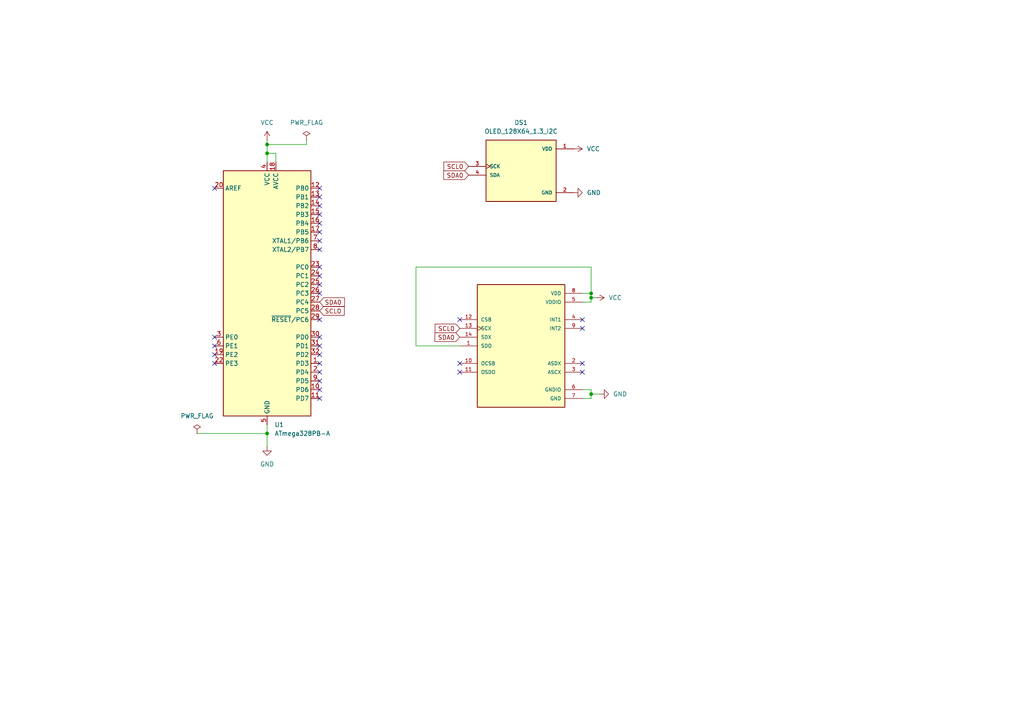
<source format=kicad_sch>
(kicad_sch (version 20250114) (generator "eeschema") (generator_version "9.0")
  (paper "A4")
  (lib_symbols
    (symbol "BMI160:BMI160" (pin_names (offset 1.016))
      (property "Reference" "U" (at -12.7 18.415 0))
      (property "Value" "BMI160" (at -12.7 -20.32 0))
      (symbol "BMI160_0_0"
        (rectangle (start -12.7 -17.78) (end 12.7 17.78) (stroke (width 0.254)) (fill (type background)))
        (pin input line (at -17.78 7.62 0) (length 5.08) (name "CSB") (number "12"))
        (pin input clock (at -17.78 5.08 0) (length 5.08) (name "SCX") (number "13"))
        (pin bidirectional line (at -17.78 2.54 0) (length 5.08) (name "SDX") (number "14"))
        (pin bidirectional line (at -17.78 0 0) (length 5.08) (name "SDO") (number "1"))
        (pin input line (at -17.78 -5.08 0) (length 5.08) (name "OCSB") (number "10"))
        (pin output line (at -17.78 -7.62 0) (length 5.08) (name "OSDO") (number "11"))
        (pin power_in line (at 17.78 15.24 180) (length 5.08) (name "VDD") (number "8"))
        (pin power_in line (at 17.78 12.7 180) (length 5.08) (name "VDDIO") (number "5"))
        (pin bidirectional line (at 17.78 7.62 180) (length 5.08) (name "INT1") (number "4"))
        (pin bidirectional line (at 17.78 5.08 180) (length 5.08) (name "INT2") (number "9"))
        (pin bidirectional line (at 17.78 -5.08 180) (length 5.08) (name "ASDX") (number "2"))
        (pin bidirectional line (at 17.78 -7.62 180) (length 5.08) (name "ASCX") (number "3"))
        (pin power_in line (at 17.78 -12.7 180) (length 5.08) (name "GNDIO") (number "6"))
        (pin power_in line (at 17.78 -15.24 180) (length 5.08) (name "GND") (number "7"))
      )
    )
    (symbol "MCU_Microchip_ATmega:ATmega328PB-A"
      (property "Reference" "U" (at -12.7 36.83 0))
      (property "Value" "ATmega328PB-A" (at 2.54 -36.83 0))
      (symbol "ATmega328PB-A_0_1"
        (rectangle (start -12.7 -35.56) (end 12.7 35.56) (stroke (width 0.254)) (fill (type background)))
      )
      (symbol "ATmega328PB-A_1_1"
        (pin passive line (at -15.24 30.48 0) (length 2.54) (name "AREF") (number "20"))
        (pin bidirectional line (at -15.24 -12.7 0) (length 2.54) (name "PE0") (number "3"))
        (pin bidirectional line (at -15.24 -15.24 0) (length 2.54) (name "PE1") (number "6"))
        (pin bidirectional line (at -15.24 -17.78 0) (length 2.54) (name "PE2") (number "19"))
        (pin bidirectional line (at -15.24 -20.32 0) (length 2.54) (name "PE3") (number "22"))
        (pin power_in line (at 0 38.1 270) (length 2.54) (name "VCC") (number "4"))
        (pin passive line (at 0 -38.1 90) (length 2.54) (hide yes) (name "GND") (number "21"))
        (pin power_in line (at 0 -38.1 90) (length 2.54) (name "GND") (number "5"))
        (pin power_in line (at 2.54 38.1 270) (length 2.54) (name "AVCC") (number "18"))
        (pin bidirectional line (at 15.24 30.48 180) (length 2.54) (name "PB0") (number "12"))
        (pin bidirectional line (at 15.24 27.94 180) (length 2.54) (name "PB1") (number "13"))
        (pin bidirectional line (at 15.24 25.4 180) (length 2.54) (name "PB2") (number "14"))
        (pin bidirectional line (at 15.24 22.86 180) (length 2.54) (name "PB3") (number "15"))
        (pin bidirectional line (at 15.24 20.32 180) (length 2.54) (name "PB4") (number "16"))
        (pin bidirectional line (at 15.24 17.78 180) (length 2.54) (name "PB5") (number "17"))
        (pin bidirectional line (at 15.24 15.24 180) (length 2.54) (name "XTAL1/PB6") (number "7"))
        (pin bidirectional line (at 15.24 12.7 180) (length 2.54) (name "XTAL2/PB7") (number "8"))
        (pin bidirectional line (at 15.24 7.62 180) (length 2.54) (name "PC0") (number "23"))
        (pin bidirectional line (at 15.24 5.08 180) (length 2.54) (name "PC1") (number "24"))
        (pin bidirectional line (at 15.24 2.54 180) (length 2.54) (name "PC2") (number "25"))
        (pin bidirectional line (at 15.24 0 180) (length 2.54) (name "PC3") (number "26"))
        (pin bidirectional line (at 15.24 -2.54 180) (length 2.54) (name "PC4") (number "27"))
        (pin bidirectional line (at 15.24 -5.08 180) (length 2.54) (name "PC5") (number "28"))
        (pin bidirectional line (at 15.24 -7.62 180) (length 2.54) (name "~{RESET}/PC6") (number "29"))
        (pin bidirectional line (at 15.24 -12.7 180) (length 2.54) (name "PD0") (number "30"))
        (pin bidirectional line (at 15.24 -15.24 180) (length 2.54) (name "PD1") (number "31"))
        (pin bidirectional line (at 15.24 -17.78 180) (length 2.54) (name "PD2") (number "32"))
        (pin bidirectional line (at 15.24 -20.32 180) (length 2.54) (name "PD3") (number "1"))
        (pin bidirectional line (at 15.24 -22.86 180) (length 2.54) (name "PD4") (number "2"))
        (pin bidirectional line (at 15.24 -25.4 180) (length 2.54) (name "PD5") (number "9"))
        (pin bidirectional line (at 15.24 -27.94 180) (length 2.54) (name "PD6") (number "10"))
        (pin bidirectional line (at 15.24 -30.48 180) (length 2.54) (name "PD7") (number "11"))
      )
    )
    (symbol "OLED_128X64_1.3_I2C:OLED_128X64_1.3_I2C" (pin_names (offset 1.016))
      (property "Reference" "DS" (at -10.16 10.922 0))
      (property "Value" "OLED_128X64_1.3_I2C" (at -10.16 -10.16 0))
      (symbol "OLED_128X64_1.3_I2C_0_0"
        (rectangle (start -10.16 -7.62) (end 10.16 10.16) (stroke (width 0.254)) (fill (type background)))
        (pin input clock (at -15.24 2.54 0) (length 5.08) (name "SCK") (number "3"))
        (pin bidirectional line (at -15.24 0 0) (length 5.08) (name "SDA") (number "4"))
        (pin power_in line (at 15.24 7.62 180) (length 5.08) (name "VDD") (number "1"))
        (pin power_in line (at 15.24 -5.08 180) (length 5.08) (name "GND") (number "2"))
      )
    )
    (symbol "power:GND" (power) (pin_numbers (hide yes)) (pin_names (offset 0) (hide yes))
      (property "Value" "GND" (at 0 -3.81 0))
      (symbol "GND_0_1"
        (polyline (pts (xy 0 0) (xy 0 -1.27) (xy 1.27 -1.27) (xy 0 -2.54) (xy -1.27 -1.27) (xy 0 -1.27)))
      )
      (symbol "GND_1_1"
        (pin power_in line (at 0 0 270) (length 0) (name "~") (number "1"))
      )
    )
    (symbol "power:PWR_FLAG" (power) (pin_numbers (hide yes)) (pin_names (offset 0) (hide yes))
      (property "Value" "PWR_FLAG" (at 0 3.81 0))
      (symbol "PWR_FLAG_0_0"
        (pin power_out line (at 0 0 90) (length 0) (name "~") (number "1"))
      )
      (symbol "PWR_FLAG_0_1"
        (polyline (pts (xy 0 0) (xy 0 1.27) (xy -1.016 1.905) (xy 0 2.54) (xy 1.016 1.905) (xy 0 1.27)))
      )
    )
    (symbol "power:VCC" (power) (pin_numbers (hide yes)) (pin_names (offset 0) (hide yes))
      (property "Value" "VCC" (at 0 3.556 0))
      (symbol "VCC_0_1"
        (polyline (pts (xy -0.762 1.27) (xy 0 2.54)))
        (polyline (pts (xy 0 2.54) (xy 0.762 1.27)))
        (polyline (pts (xy 0 0) (xy 0 2.54)))
      )
      (symbol "VCC_1_1"
        (pin power_in line (at 0 0 90) (length 0) (name "~") (number "1"))
      )
    )
  )
  (junction (at 77.47 41.91))
  (junction (at 171.45 86.36))
  (junction (at 77.47 125.73))
  (junction (at 171.45 114.3))
  (junction (at 77.47 44.45))
  (junction (at 171.45 85.09))
  (no_connect (at 168.91 92.71))
  (no_connect (at 92.71 105.41))
  (no_connect (at 92.71 92.71))
  (no_connect (at 133.35 92.71))
  (no_connect (at 62.23 54.61))
  (no_connect (at 92.71 85.09))
  (no_connect (at 92.71 115.57))
  (no_connect (at 62.23 100.33))
  (no_connect (at 92.71 54.61))
  (no_connect (at 92.71 67.31))
  (no_connect (at 92.71 80.01))
  (no_connect (at 62.23 102.87))
  (no_connect (at 62.23 97.79))
  (no_connect (at 92.71 62.23))
  (no_connect (at 92.71 100.33))
  (no_connect (at 92.71 107.95))
  (no_connect (at 92.71 69.85))
  (no_connect (at 92.71 72.39))
  (no_connect (at 92.71 59.69))
  (no_connect (at 92.71 77.47))
  (no_connect (at 92.71 110.49))
  (no_connect (at 92.71 57.15))
  (no_connect (at 133.35 105.41))
  (no_connect (at 168.91 105.41))
  (no_connect (at 92.71 113.03))
  (no_connect (at 92.71 97.79))
  (no_connect (at 92.71 64.77))
  (no_connect (at 62.23 105.41))
  (no_connect (at 133.35 107.95))
  (no_connect (at 92.71 82.55))
  (no_connect (at 168.91 95.25))
  (no_connect (at 168.91 107.95))
  (no_connect (at 92.71 102.87))
  (wire (pts (xy 171.45 86.36) (xy 172.72 86.36)))
  (wire (pts (xy 88.9 40.64) (xy 88.9 41.91)))
  (wire (pts (xy 171.45 114.3) (xy 171.45 113.03)))
  (wire (pts (xy 171.45 113.03) (xy 168.91 113.03)))
  (wire (pts (xy 77.47 44.45) (xy 77.47 46.99)))
  (wire (pts (xy 168.91 85.09) (xy 171.45 85.09)))
  (wire (pts (xy 171.45 114.3) (xy 173.99 114.3)))
  (wire (pts (xy 171.45 114.3) (xy 171.45 115.57)))
  (wire (pts (xy 77.47 41.91) (xy 77.47 44.45)))
  (wire (pts (xy 120.65 100.33) (xy 120.65 77.47)))
  (wire (pts (xy 120.65 100.33) (xy 133.35 100.33)))
  (wire (pts (xy 171.45 77.47) (xy 171.45 85.09)))
  (wire (pts (xy 77.47 123.19) (xy 77.47 125.73)))
  (wire (pts (xy 171.45 87.63) (xy 171.45 86.36)))
  (wire (pts (xy 77.47 41.91) (xy 88.9 41.91)))
  (wire (pts (xy 171.45 85.09) (xy 171.45 86.36)))
  (wire (pts (xy 120.65 77.47) (xy 171.45 77.47)))
  (wire (pts (xy 77.47 44.45) (xy 80.01 44.45)))
  (wire (pts (xy 57.15 125.73) (xy 77.47 125.73)))
  (wire (pts (xy 80.01 44.45) (xy 80.01 46.99)))
  (wire (pts (xy 168.91 87.63) (xy 171.45 87.63)))
  (wire (pts (xy 77.47 125.73) (xy 77.47 129.54)))
  (wire (pts (xy 77.47 40.64) (xy 77.47 41.91)))
  (wire (pts (xy 168.91 115.57) (xy 171.45 115.57)))
  (global_label "SDA0" (shape input) (at 92.71 87.63 0) (property "Intersheetrefs" "${INTERSHEET_REFS}" (effects (hide yes))))
  (global_label "SCL0" (shape input) (at 133.35 95.25 180) (property "Intersheetrefs" "${INTERSHEET_REFS}" (effects (hide yes))))
  (global_label "SDA0" (shape input) (at 133.35 97.79 180) (property "Intersheetrefs" "${INTERSHEET_REFS}" (effects (hide yes))))
  (global_label "SCL0" (shape input) (at 135.89 48.26 180) (property "Intersheetrefs" "${INTERSHEET_REFS}" (effects (hide yes))))
  (global_label "SCL0" (shape input) (at 92.71 90.17 0) (property "Intersheetrefs" "${INTERSHEET_REFS}" (effects (hide yes))))
  (global_label "SDA0" (shape input) (at 135.89 50.8 180) (property "Intersheetrefs" "${INTERSHEET_REFS}" (effects (hide yes))))
  (symbol (lib_id "power:VCC") (at 172.72 86.36 270) (unit 1)
    (property "Reference" "#PWR02" (effects (hide yes)))
    (property "Value" "VCC" (at 176.53 86.3599 90) (effects (justify left)))
    (property "Description" "Power symbol creates a global label with name \"VCC\"" (effects (hide yes)))
  )
  (symbol (lib_id "power:PWR_FLAG") (at 88.9 40.64 0) (unit 1)
    (property "Reference" "#FLG02" (effects (hide yes)))
    (property "Value" "PWR_FLAG" (at 88.9 35.56 0))
    (property "Description" "Special symbol for telling ERC where power comes from" (effects (hide yes)))
  )
  (symbol (lib_id "power:PWR_FLAG") (at 57.15 125.73 0) (unit 1)
    (property "Reference" "#FLG01" (effects (hide yes)))
    (property "Value" "PWR_FLAG" (at 57.15 120.65 0))
    (property "Description" "Special symbol for telling ERC where power comes from" (effects (hide yes)))
  )
  (symbol (lib_id "power:GND") (at 77.47 129.54 0) (unit 1)
    (property "Reference" "#PWR06" (effects (hide yes)))
    (property "Value" "GND" (at 77.47 134.62 0))
    (property "Description" "Power symbol creates a global label with name \"GND\" , ground" (effects (hide yes)))
  )
  (symbol (lib_id "power:VCC") (at 166.37 43.18 270) (unit 1)
    (property "Reference" "#PWR03" (effects (hide yes)))
    (property "Value" "VCC" (at 170.18 43.1799 90) (effects (justify left)))
    (property "Description" "Power symbol creates a global label with name \"VCC\"" (effects (hide yes)))
  )
  (symbol (lib_id "BMI160:BMI160") (at 151.13 100.33 0) (unit 1)
    (property "Reference" "U2" (effects (hide yes)))
    (property "Value" "BMI160" (effects (hide yes)))
    (property "Footprint" "BMI160:PQFN50P250X300X88-14N" (effects (hide yes)))
    (property "MF" "Bosch" (effects (hide yes)))
    (property "MAXIMUM_PACKAGE_HEIGHT" "0.88 mm" (effects (hide yes)))
    (property "Package" "LGA-14 Bosch" (effects (hide yes)))
    (property "Price" "None" (effects (hide yes)))
    (property "Check_prices" "https://www.snapeda.com/parts/BMI160/Bosch/view-part/?ref=eda" (effects (hide yes)))
    (property "STANDARD" "IPC 7351B" (effects (hide yes)))
    (property "PARTREV" "1.0" (effects (hide yes)))
    (property "SnapEDA_Link" "https://www.snapeda.com/parts/BMI160/Bosch/view-part/?ref=snap" (effects (hide yes)))
    (property "MP" "BMI160" (effects (hide yes)))
    (property "Description_1" "BMI160 series Accelerometer, Gyroscope, 6 Axis Sensor Evaluation Board" (effects (hide yes)))
    (property "Availability" "In Stock" (effects (hide yes)))
    (property "MANUFACTURER" "Bosch" (effects (hide yes)))
  )
  (symbol (lib_id "power:GND") (at 173.99 114.3 90) (unit 1)
    (property "Reference" "#PWR01" (effects (hide yes)))
    (property "Value" "GND" (at 177.8 114.2999 90) (effects (justify right)))
    (property "Description" "Power symbol creates a global label with name \"GND\" , ground" (effects (hide yes)))
  )
  (symbol (lib_id "OLED_128X64_1.3_I2C:OLED_128X64_1.3_I2C") (at 151.13 50.8 0) (unit 1)
    (property "Reference" "DS1" (at 151.13 35.56 0))
    (property "Value" "OLED_128X64_1.3_I2C" (at 151.13 38.1 0))
    (property "Footprint" "OLED_128X64_1.3_I2C:LCD_OLED_128X64_1.3_I2C" (effects (hide yes)))
    (property "MF" "UNIVERSAL-SOLDER Electronics Ltd" (effects (hide yes)))
    (property "Description_1" "Non-Touch Graphic LCD Display Module Transmissive White OLED, Monochrome I2C 1.3 (33.02mm) 128 x 64" (effects (hide yes)))
    (property "Package" "None" (effects (hide yes)))
    (property "Price" "None" (effects (hide yes)))
    (property "Check_prices" "https://www.snapeda.com/parts/OLED%20128x64%201.3%22%20I2C/UNIVERSAL-SOLDER+Electronics+Ltd/view-part/?ref=eda" (effects (hide yes)))
    (property "STANDARD" "Manufacturer Recommendations" (effects (hide yes)))
    (property "PARTREV" "NA" (effects (hide yes)))
    (property "SnapEDA_Link" "https://www.snapeda.com/parts/OLED%20128x64%201.3%22%20I2C/UNIVERSAL-SOLDER+Electronics+Ltd/view-part/?ref=snap" (effects (hide yes)))
    (property "MP" "OLED 128x64 1.3&quot; I2C" (effects (hide yes)))
    (property "Availability" "Not in stock" (effects (hide yes)))
    (property "MANUFACTURER" "UNIVERSAL-SOLDER Electronics Ltd" (effects (hide yes)))
  )
  (symbol (lib_id "MCU_Microchip_ATmega:ATmega328PB-A") (at 77.47 85.09 0) (unit 1)
    (property "Reference" "U1" (at 79.6133 123.19 0) (effects (justify left)))
    (property "Value" "ATmega328PB-A" (at 79.6133 125.73 0) (effects (justify left)))
    (property "Footprint" "Package_QFP:TQFP-32_7x7mm_P0.8mm" (effects (hide yes)))
    (property "Datasheet" "http://ww1.microchip.com/downloads/en/DeviceDoc/40001906C.pdf" (effects (hide yes)))
    (property "Description" "20MHz, 32kB Flash, 2kB SRAM, 1kB EEPROM, TQFP-32" (effects (hide yes)))
  )
  (symbol (lib_id "power:GND") (at 166.37 55.88 90) (unit 1)
    (property "Reference" "#PWR04" (effects (hide yes)))
    (property "Value" "GND" (at 170.18 55.8799 90) (effects (justify right)))
    (property "Description" "Power symbol creates a global label with name \"GND\" , ground" (effects (hide yes)))
  )
  (symbol (lib_id "power:VCC") (at 77.47 40.64 0) (unit 1)
    (property "Reference" "#PWR05" (effects (hide yes)))
    (property "Value" "VCC" (at 77.47 35.56 0))
    (property "Description" "Power symbol creates a global label with name \"VCC\"" (effects (hide yes)))
  )
)
</source>
